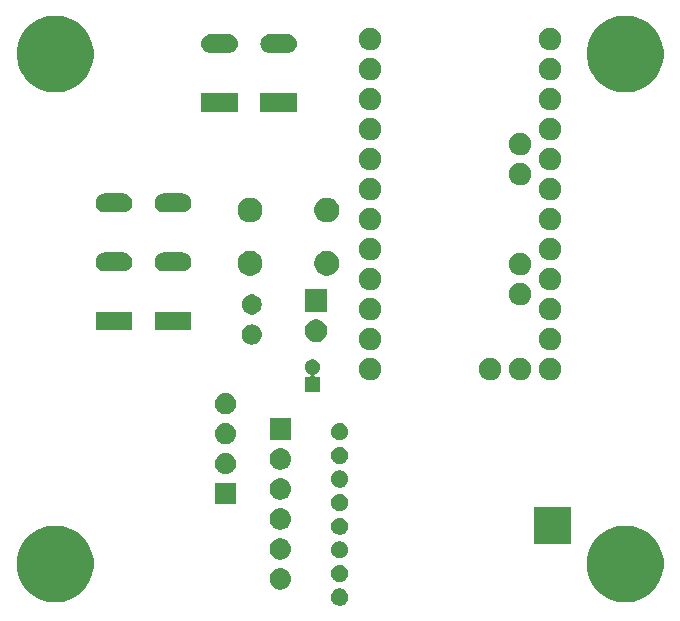
<source format=gbr>
G04 #@! TF.GenerationSoftware,KiCad,Pcbnew,(5.0.2)-1*
G04 #@! TF.CreationDate,2020-02-25T13:04:59+01:00*
G04 #@! TF.ProjectId,HB-UNI-Sen-Lev-Vo,48422d55-4e49-42d5-9365-6e2d4c65762d,V1.0.3*
G04 #@! TF.SameCoordinates,Original*
G04 #@! TF.FileFunction,Soldermask,Bot*
G04 #@! TF.FilePolarity,Negative*
%FSLAX46Y46*%
G04 Gerber Fmt 4.6, Leading zero omitted, Abs format (unit mm)*
G04 Created by KiCad (PCBNEW (5.0.2)-1) date 25.02.2020 13:04:59*
%MOMM*%
%LPD*%
G01*
G04 APERTURE LIST*
%ADD10C,0.100000*%
G04 APERTURE END LIST*
D10*
G36*
X152571767Y-101161899D02*
X152703891Y-101216627D01*
X152822799Y-101296079D01*
X152923921Y-101397201D01*
X153003373Y-101516109D01*
X153058101Y-101648233D01*
X153086000Y-101788494D01*
X153086000Y-101931506D01*
X153058101Y-102071767D01*
X153003373Y-102203891D01*
X152923921Y-102322799D01*
X152822799Y-102423921D01*
X152703891Y-102503373D01*
X152571767Y-102558101D01*
X152431506Y-102586000D01*
X152288494Y-102586000D01*
X152148233Y-102558101D01*
X152016109Y-102503373D01*
X151897201Y-102423921D01*
X151796079Y-102322799D01*
X151716627Y-102203891D01*
X151661899Y-102071767D01*
X151634000Y-101931506D01*
X151634000Y-101788494D01*
X151661899Y-101648233D01*
X151716627Y-101516109D01*
X151796079Y-101397201D01*
X151897201Y-101296079D01*
X152016109Y-101216627D01*
X152148233Y-101161899D01*
X152288494Y-101134000D01*
X152431506Y-101134000D01*
X152571767Y-101161899D01*
X152571767Y-101161899D01*
G37*
G36*
X177164239Y-95871467D02*
X177478282Y-95933934D01*
X178069926Y-96179001D01*
X178359523Y-96372504D01*
X178602395Y-96534786D01*
X179055214Y-96987605D01*
X179055216Y-96987608D01*
X179410999Y-97520074D01*
X179656066Y-98111718D01*
X179660989Y-98136467D01*
X179781000Y-98739803D01*
X179781000Y-99380197D01*
X179753965Y-99516109D01*
X179656066Y-100008282D01*
X179410999Y-100599926D01*
X179163599Y-100970185D01*
X179055214Y-101132395D01*
X178602395Y-101585214D01*
X178602392Y-101585216D01*
X178069926Y-101940999D01*
X177478282Y-102186066D01*
X177164239Y-102248533D01*
X176850197Y-102311000D01*
X176209803Y-102311000D01*
X175895761Y-102248533D01*
X175581718Y-102186066D01*
X174990074Y-101940999D01*
X174457608Y-101585216D01*
X174457605Y-101585214D01*
X174004786Y-101132395D01*
X173896401Y-100970185D01*
X173649001Y-100599926D01*
X173403934Y-100008282D01*
X173306035Y-99516109D01*
X173279000Y-99380197D01*
X173279000Y-98739803D01*
X173399011Y-98136467D01*
X173403934Y-98111718D01*
X173649001Y-97520074D01*
X174004784Y-96987608D01*
X174004786Y-96987605D01*
X174457605Y-96534786D01*
X174700477Y-96372504D01*
X174990074Y-96179001D01*
X175581718Y-95933934D01*
X175895761Y-95871467D01*
X176209803Y-95809000D01*
X176850197Y-95809000D01*
X177164239Y-95871467D01*
X177164239Y-95871467D01*
G37*
G36*
X128904239Y-95871467D02*
X129218282Y-95933934D01*
X129809926Y-96179001D01*
X130099523Y-96372504D01*
X130342395Y-96534786D01*
X130795214Y-96987605D01*
X130795216Y-96987608D01*
X131150999Y-97520074D01*
X131396066Y-98111718D01*
X131400989Y-98136467D01*
X131521000Y-98739803D01*
X131521000Y-99380197D01*
X131493965Y-99516109D01*
X131396066Y-100008282D01*
X131150999Y-100599926D01*
X130903599Y-100970185D01*
X130795214Y-101132395D01*
X130342395Y-101585214D01*
X130342392Y-101585216D01*
X129809926Y-101940999D01*
X129218282Y-102186066D01*
X128904239Y-102248533D01*
X128590197Y-102311000D01*
X127949803Y-102311000D01*
X127635761Y-102248533D01*
X127321718Y-102186066D01*
X126730074Y-101940999D01*
X126197608Y-101585216D01*
X126197605Y-101585214D01*
X125744786Y-101132395D01*
X125636401Y-100970185D01*
X125389001Y-100599926D01*
X125143934Y-100008282D01*
X125046035Y-99516109D01*
X125019000Y-99380197D01*
X125019000Y-98739803D01*
X125139011Y-98136467D01*
X125143934Y-98111718D01*
X125389001Y-97520074D01*
X125744784Y-96987608D01*
X125744786Y-96987605D01*
X126197605Y-96534786D01*
X126440477Y-96372504D01*
X126730074Y-96179001D01*
X127321718Y-95933934D01*
X127635761Y-95871467D01*
X127949803Y-95809000D01*
X128590197Y-95809000D01*
X128904239Y-95871467D01*
X128904239Y-95871467D01*
G37*
G36*
X147430443Y-99435519D02*
X147496627Y-99442037D01*
X147609853Y-99476384D01*
X147666467Y-99493557D01*
X147805087Y-99567652D01*
X147822991Y-99577222D01*
X147858729Y-99606552D01*
X147960186Y-99689814D01*
X148041169Y-99788494D01*
X148072778Y-99827009D01*
X148072779Y-99827011D01*
X148156443Y-99983533D01*
X148156443Y-99983534D01*
X148207963Y-100153373D01*
X148225359Y-100330000D01*
X148207963Y-100506627D01*
X148179661Y-100599925D01*
X148156443Y-100676467D01*
X148137110Y-100712636D01*
X148072778Y-100832991D01*
X148043448Y-100868729D01*
X147960186Y-100970186D01*
X147869569Y-101044552D01*
X147822991Y-101082778D01*
X147822989Y-101082779D01*
X147666467Y-101166443D01*
X147646486Y-101172504D01*
X147496627Y-101217963D01*
X147430443Y-101224481D01*
X147364260Y-101231000D01*
X147275740Y-101231000D01*
X147209558Y-101224482D01*
X147143373Y-101217963D01*
X146993514Y-101172504D01*
X146973533Y-101166443D01*
X146817011Y-101082779D01*
X146817009Y-101082778D01*
X146770431Y-101044552D01*
X146679814Y-100970186D01*
X146596552Y-100868729D01*
X146567222Y-100832991D01*
X146502890Y-100712636D01*
X146483557Y-100676467D01*
X146460339Y-100599925D01*
X146432037Y-100506627D01*
X146414641Y-100330000D01*
X146432037Y-100153373D01*
X146483557Y-99983534D01*
X146483557Y-99983533D01*
X146567221Y-99827011D01*
X146567222Y-99827009D01*
X146598831Y-99788494D01*
X146679814Y-99689814D01*
X146781271Y-99606552D01*
X146817009Y-99577222D01*
X146834913Y-99567652D01*
X146973533Y-99493557D01*
X147030147Y-99476384D01*
X147143373Y-99442037D01*
X147209558Y-99435518D01*
X147275740Y-99429000D01*
X147364260Y-99429000D01*
X147430443Y-99435519D01*
X147430443Y-99435519D01*
G37*
G36*
X152571767Y-99161899D02*
X152703891Y-99216627D01*
X152822799Y-99296079D01*
X152923921Y-99397201D01*
X153003373Y-99516109D01*
X153058101Y-99648233D01*
X153086000Y-99788494D01*
X153086000Y-99931506D01*
X153058101Y-100071767D01*
X153003373Y-100203891D01*
X152923921Y-100322799D01*
X152822799Y-100423921D01*
X152703891Y-100503373D01*
X152571767Y-100558101D01*
X152431506Y-100586000D01*
X152288494Y-100586000D01*
X152148233Y-100558101D01*
X152016109Y-100503373D01*
X151897201Y-100423921D01*
X151796079Y-100322799D01*
X151716627Y-100203891D01*
X151661899Y-100071767D01*
X151634000Y-99931506D01*
X151634000Y-99788494D01*
X151661899Y-99648233D01*
X151716627Y-99516109D01*
X151796079Y-99397201D01*
X151897201Y-99296079D01*
X152016109Y-99216627D01*
X152148233Y-99161899D01*
X152288494Y-99134000D01*
X152431506Y-99134000D01*
X152571767Y-99161899D01*
X152571767Y-99161899D01*
G37*
G36*
X147430442Y-96895518D02*
X147496627Y-96902037D01*
X147586422Y-96929276D01*
X147666467Y-96953557D01*
X147772650Y-97010314D01*
X147822991Y-97037222D01*
X147850345Y-97059671D01*
X147960186Y-97149814D01*
X148015017Y-97216627D01*
X148072778Y-97287009D01*
X148072779Y-97287011D01*
X148156443Y-97443533D01*
X148156443Y-97443534D01*
X148207963Y-97613373D01*
X148225359Y-97790000D01*
X148207963Y-97966627D01*
X148176069Y-98071766D01*
X148156443Y-98136467D01*
X148082348Y-98275087D01*
X148072778Y-98292991D01*
X148048316Y-98322798D01*
X147960186Y-98430186D01*
X147871006Y-98503373D01*
X147822991Y-98542778D01*
X147822989Y-98542779D01*
X147666467Y-98626443D01*
X147609853Y-98643616D01*
X147496627Y-98677963D01*
X147430442Y-98684482D01*
X147364260Y-98691000D01*
X147275740Y-98691000D01*
X147209558Y-98684482D01*
X147143373Y-98677963D01*
X147030147Y-98643616D01*
X146973533Y-98626443D01*
X146817011Y-98542779D01*
X146817009Y-98542778D01*
X146768994Y-98503373D01*
X146679814Y-98430186D01*
X146591684Y-98322798D01*
X146567222Y-98292991D01*
X146557652Y-98275087D01*
X146483557Y-98136467D01*
X146463931Y-98071766D01*
X146432037Y-97966627D01*
X146414641Y-97790000D01*
X146432037Y-97613373D01*
X146483557Y-97443534D01*
X146483557Y-97443533D01*
X146567221Y-97287011D01*
X146567222Y-97287009D01*
X146624983Y-97216627D01*
X146679814Y-97149814D01*
X146789655Y-97059671D01*
X146817009Y-97037222D01*
X146867350Y-97010314D01*
X146973533Y-96953557D01*
X147053578Y-96929276D01*
X147143373Y-96902037D01*
X147209558Y-96895518D01*
X147275740Y-96889000D01*
X147364260Y-96889000D01*
X147430442Y-96895518D01*
X147430442Y-96895518D01*
G37*
G36*
X152571767Y-97161899D02*
X152703891Y-97216627D01*
X152822799Y-97296079D01*
X152923921Y-97397201D01*
X153003373Y-97516109D01*
X153058101Y-97648233D01*
X153086000Y-97788494D01*
X153086000Y-97931506D01*
X153058101Y-98071767D01*
X153003373Y-98203891D01*
X152923921Y-98322799D01*
X152822799Y-98423921D01*
X152703891Y-98503373D01*
X152571767Y-98558101D01*
X152431506Y-98586000D01*
X152288494Y-98586000D01*
X152148233Y-98558101D01*
X152016109Y-98503373D01*
X151897201Y-98423921D01*
X151796079Y-98322799D01*
X151716627Y-98203891D01*
X151661899Y-98071767D01*
X151634000Y-97931506D01*
X151634000Y-97788494D01*
X151661899Y-97648233D01*
X151716627Y-97516109D01*
X151796079Y-97397201D01*
X151897201Y-97296079D01*
X152016109Y-97216627D01*
X152148233Y-97161899D01*
X152288494Y-97134000D01*
X152431506Y-97134000D01*
X152571767Y-97161899D01*
X152571767Y-97161899D01*
G37*
G36*
X171934000Y-97372500D02*
X168832000Y-97372500D01*
X168832000Y-94270500D01*
X171934000Y-94270500D01*
X171934000Y-97372500D01*
X171934000Y-97372500D01*
G37*
G36*
X152571767Y-95161899D02*
X152703891Y-95216627D01*
X152822799Y-95296079D01*
X152923921Y-95397201D01*
X153003373Y-95516109D01*
X153058101Y-95648233D01*
X153086000Y-95788494D01*
X153086000Y-95931506D01*
X153058101Y-96071767D01*
X153003373Y-96203891D01*
X152923921Y-96322799D01*
X152822799Y-96423921D01*
X152703891Y-96503373D01*
X152571767Y-96558101D01*
X152431506Y-96586000D01*
X152288494Y-96586000D01*
X152148233Y-96558101D01*
X152016109Y-96503373D01*
X151897201Y-96423921D01*
X151796079Y-96322799D01*
X151716627Y-96203891D01*
X151661899Y-96071767D01*
X151634000Y-95931506D01*
X151634000Y-95788494D01*
X151661899Y-95648233D01*
X151716627Y-95516109D01*
X151796079Y-95397201D01*
X151897201Y-95296079D01*
X152016109Y-95216627D01*
X152148233Y-95161899D01*
X152288494Y-95134000D01*
X152431506Y-95134000D01*
X152571767Y-95161899D01*
X152571767Y-95161899D01*
G37*
G36*
X147430442Y-94355518D02*
X147496627Y-94362037D01*
X147609853Y-94396384D01*
X147666467Y-94413557D01*
X147685856Y-94423921D01*
X147822991Y-94497222D01*
X147858729Y-94526552D01*
X147960186Y-94609814D01*
X148043448Y-94711271D01*
X148072778Y-94747009D01*
X148072779Y-94747011D01*
X148156443Y-94903533D01*
X148156443Y-94903534D01*
X148207963Y-95073373D01*
X148225359Y-95250000D01*
X148207963Y-95426627D01*
X148180819Y-95516109D01*
X148156443Y-95596467D01*
X148082348Y-95735087D01*
X148072778Y-95752991D01*
X148043641Y-95788494D01*
X147960186Y-95890186D01*
X147858729Y-95973448D01*
X147822991Y-96002778D01*
X147822989Y-96002779D01*
X147666467Y-96086443D01*
X147609853Y-96103616D01*
X147496627Y-96137963D01*
X147430443Y-96144481D01*
X147364260Y-96151000D01*
X147275740Y-96151000D01*
X147209558Y-96144482D01*
X147143373Y-96137963D01*
X147030147Y-96103616D01*
X146973533Y-96086443D01*
X146817011Y-96002779D01*
X146817009Y-96002778D01*
X146781271Y-95973448D01*
X146679814Y-95890186D01*
X146596359Y-95788494D01*
X146567222Y-95752991D01*
X146557652Y-95735087D01*
X146483557Y-95596467D01*
X146459181Y-95516109D01*
X146432037Y-95426627D01*
X146414641Y-95250000D01*
X146432037Y-95073373D01*
X146483557Y-94903534D01*
X146483557Y-94903533D01*
X146567221Y-94747011D01*
X146567222Y-94747009D01*
X146596552Y-94711271D01*
X146679814Y-94609814D01*
X146781271Y-94526552D01*
X146817009Y-94497222D01*
X146954144Y-94423921D01*
X146973533Y-94413557D01*
X147030147Y-94396384D01*
X147143373Y-94362037D01*
X147209557Y-94355519D01*
X147275740Y-94349000D01*
X147364260Y-94349000D01*
X147430442Y-94355518D01*
X147430442Y-94355518D01*
G37*
G36*
X152571767Y-93161899D02*
X152703891Y-93216627D01*
X152822799Y-93296079D01*
X152923921Y-93397201D01*
X153003373Y-93516109D01*
X153058101Y-93648233D01*
X153086000Y-93788494D01*
X153086000Y-93931506D01*
X153058101Y-94071767D01*
X153003373Y-94203891D01*
X152923921Y-94322799D01*
X152822799Y-94423921D01*
X152703891Y-94503373D01*
X152571767Y-94558101D01*
X152431506Y-94586000D01*
X152288494Y-94586000D01*
X152148233Y-94558101D01*
X152016109Y-94503373D01*
X151897201Y-94423921D01*
X151796079Y-94322799D01*
X151716627Y-94203891D01*
X151661899Y-94071767D01*
X151634000Y-93931506D01*
X151634000Y-93788494D01*
X151661899Y-93648233D01*
X151716627Y-93516109D01*
X151796079Y-93397201D01*
X151897201Y-93296079D01*
X152016109Y-93216627D01*
X152148233Y-93161899D01*
X152288494Y-93134000D01*
X152431506Y-93134000D01*
X152571767Y-93161899D01*
X152571767Y-93161899D01*
G37*
G36*
X143585000Y-93992000D02*
X141783000Y-93992000D01*
X141783000Y-92190000D01*
X143585000Y-92190000D01*
X143585000Y-93992000D01*
X143585000Y-93992000D01*
G37*
G36*
X147430442Y-91815518D02*
X147496627Y-91822037D01*
X147609853Y-91856384D01*
X147666467Y-91873557D01*
X147774878Y-91931505D01*
X147822991Y-91957222D01*
X147858729Y-91986552D01*
X147960186Y-92069814D01*
X148043448Y-92171271D01*
X148072778Y-92207009D01*
X148072779Y-92207011D01*
X148156443Y-92363533D01*
X148156443Y-92363534D01*
X148207963Y-92533373D01*
X148225359Y-92710000D01*
X148207963Y-92886627D01*
X148173616Y-92999853D01*
X148156443Y-93056467D01*
X148100087Y-93161900D01*
X148072778Y-93212991D01*
X148043448Y-93248729D01*
X147960186Y-93350186D01*
X147858729Y-93433448D01*
X147822991Y-93462778D01*
X147822989Y-93462779D01*
X147666467Y-93546443D01*
X147609853Y-93563616D01*
X147496627Y-93597963D01*
X147430442Y-93604482D01*
X147364260Y-93611000D01*
X147275740Y-93611000D01*
X147209557Y-93604481D01*
X147143373Y-93597963D01*
X147030147Y-93563616D01*
X146973533Y-93546443D01*
X146817011Y-93462779D01*
X146817009Y-93462778D01*
X146781271Y-93433448D01*
X146679814Y-93350186D01*
X146596552Y-93248729D01*
X146567222Y-93212991D01*
X146539913Y-93161900D01*
X146483557Y-93056467D01*
X146466384Y-92999853D01*
X146432037Y-92886627D01*
X146414641Y-92710000D01*
X146432037Y-92533373D01*
X146483557Y-92363534D01*
X146483557Y-92363533D01*
X146567221Y-92207011D01*
X146567222Y-92207009D01*
X146596552Y-92171271D01*
X146679814Y-92069814D01*
X146781271Y-91986552D01*
X146817009Y-91957222D01*
X146865122Y-91931505D01*
X146973533Y-91873557D01*
X147030147Y-91856384D01*
X147143373Y-91822037D01*
X147209558Y-91815518D01*
X147275740Y-91809000D01*
X147364260Y-91809000D01*
X147430442Y-91815518D01*
X147430442Y-91815518D01*
G37*
G36*
X152571767Y-91161899D02*
X152703891Y-91216627D01*
X152822799Y-91296079D01*
X152923921Y-91397201D01*
X153003373Y-91516109D01*
X153058101Y-91648233D01*
X153086000Y-91788494D01*
X153086000Y-91931506D01*
X153058101Y-92071767D01*
X153003373Y-92203891D01*
X152923921Y-92322799D01*
X152822799Y-92423921D01*
X152703891Y-92503373D01*
X152571767Y-92558101D01*
X152431506Y-92586000D01*
X152288494Y-92586000D01*
X152148233Y-92558101D01*
X152016109Y-92503373D01*
X151897201Y-92423921D01*
X151796079Y-92322799D01*
X151716627Y-92203891D01*
X151661899Y-92071767D01*
X151634000Y-91931506D01*
X151634000Y-91788494D01*
X151661899Y-91648233D01*
X151716627Y-91516109D01*
X151796079Y-91397201D01*
X151897201Y-91296079D01*
X152016109Y-91216627D01*
X152148233Y-91161899D01*
X152288494Y-91134000D01*
X152431506Y-91134000D01*
X152571767Y-91161899D01*
X152571767Y-91161899D01*
G37*
G36*
X142794443Y-89656519D02*
X142860627Y-89663037D01*
X142973853Y-89697384D01*
X143030467Y-89714557D01*
X143168791Y-89788494D01*
X143186991Y-89798222D01*
X143222729Y-89827552D01*
X143324186Y-89910814D01*
X143391939Y-89993373D01*
X143436778Y-90048009D01*
X143436779Y-90048011D01*
X143520443Y-90204533D01*
X143520443Y-90204534D01*
X143571963Y-90374373D01*
X143589359Y-90551000D01*
X143571963Y-90727627D01*
X143546919Y-90810185D01*
X143520443Y-90897467D01*
X143506913Y-90922779D01*
X143436778Y-91053991D01*
X143433518Y-91057963D01*
X143324186Y-91191186D01*
X143222729Y-91274448D01*
X143186991Y-91303778D01*
X143186989Y-91303779D01*
X143030467Y-91387443D01*
X142998295Y-91397202D01*
X142860627Y-91438963D01*
X142794443Y-91445481D01*
X142728260Y-91452000D01*
X142639740Y-91452000D01*
X142573557Y-91445481D01*
X142507373Y-91438963D01*
X142369705Y-91397202D01*
X142337533Y-91387443D01*
X142181011Y-91303779D01*
X142181009Y-91303778D01*
X142145271Y-91274448D01*
X142043814Y-91191186D01*
X141934482Y-91057963D01*
X141931222Y-91053991D01*
X141861087Y-90922779D01*
X141847557Y-90897467D01*
X141821081Y-90810185D01*
X141796037Y-90727627D01*
X141778641Y-90551000D01*
X141796037Y-90374373D01*
X141847557Y-90204534D01*
X141847557Y-90204533D01*
X141931221Y-90048011D01*
X141931222Y-90048009D01*
X141976061Y-89993373D01*
X142043814Y-89910814D01*
X142145271Y-89827552D01*
X142181009Y-89798222D01*
X142199209Y-89788494D01*
X142337533Y-89714557D01*
X142394147Y-89697384D01*
X142507373Y-89663037D01*
X142573557Y-89656519D01*
X142639740Y-89650000D01*
X142728260Y-89650000D01*
X142794443Y-89656519D01*
X142794443Y-89656519D01*
G37*
G36*
X147430443Y-89275519D02*
X147496627Y-89282037D01*
X147609853Y-89316384D01*
X147666467Y-89333557D01*
X147785535Y-89397201D01*
X147822991Y-89417222D01*
X147858729Y-89446552D01*
X147960186Y-89529814D01*
X148043448Y-89631271D01*
X148072778Y-89667009D01*
X148072779Y-89667011D01*
X148156443Y-89823533D01*
X148156443Y-89823534D01*
X148207963Y-89993373D01*
X148225359Y-90170000D01*
X148207963Y-90346627D01*
X148184516Y-90423921D01*
X148156443Y-90516467D01*
X148119276Y-90586000D01*
X148072778Y-90672991D01*
X148043448Y-90708729D01*
X147960186Y-90810186D01*
X147858729Y-90893448D01*
X147822991Y-90922778D01*
X147822989Y-90922779D01*
X147666467Y-91006443D01*
X147609853Y-91023616D01*
X147496627Y-91057963D01*
X147430442Y-91064482D01*
X147364260Y-91071000D01*
X147275740Y-91071000D01*
X147209558Y-91064482D01*
X147143373Y-91057963D01*
X147030147Y-91023616D01*
X146973533Y-91006443D01*
X146817011Y-90922779D01*
X146817009Y-90922778D01*
X146781271Y-90893448D01*
X146679814Y-90810186D01*
X146596552Y-90708729D01*
X146567222Y-90672991D01*
X146520724Y-90586000D01*
X146483557Y-90516467D01*
X146455484Y-90423921D01*
X146432037Y-90346627D01*
X146414641Y-90170000D01*
X146432037Y-89993373D01*
X146483557Y-89823534D01*
X146483557Y-89823533D01*
X146567221Y-89667011D01*
X146567222Y-89667009D01*
X146596552Y-89631271D01*
X146679814Y-89529814D01*
X146781271Y-89446552D01*
X146817009Y-89417222D01*
X146854465Y-89397201D01*
X146973533Y-89333557D01*
X147030147Y-89316384D01*
X147143373Y-89282037D01*
X147209557Y-89275519D01*
X147275740Y-89269000D01*
X147364260Y-89269000D01*
X147430443Y-89275519D01*
X147430443Y-89275519D01*
G37*
G36*
X152571767Y-89161899D02*
X152703891Y-89216627D01*
X152822799Y-89296079D01*
X152923921Y-89397201D01*
X153003373Y-89516109D01*
X153058101Y-89648233D01*
X153086000Y-89788494D01*
X153086000Y-89931506D01*
X153058101Y-90071767D01*
X153003373Y-90203891D01*
X152923921Y-90322799D01*
X152822799Y-90423921D01*
X152703891Y-90503373D01*
X152571767Y-90558101D01*
X152431506Y-90586000D01*
X152288494Y-90586000D01*
X152148233Y-90558101D01*
X152016109Y-90503373D01*
X151897201Y-90423921D01*
X151796079Y-90322799D01*
X151716627Y-90203891D01*
X151661899Y-90071767D01*
X151634000Y-89931506D01*
X151634000Y-89788494D01*
X151661899Y-89648233D01*
X151716627Y-89516109D01*
X151796079Y-89397201D01*
X151897201Y-89296079D01*
X152016109Y-89216627D01*
X152148233Y-89161899D01*
X152288494Y-89134000D01*
X152431506Y-89134000D01*
X152571767Y-89161899D01*
X152571767Y-89161899D01*
G37*
G36*
X142794443Y-87116519D02*
X142860627Y-87123037D01*
X142973853Y-87157384D01*
X143030467Y-87174557D01*
X143109173Y-87216627D01*
X143186991Y-87258222D01*
X143222729Y-87287552D01*
X143324186Y-87370814D01*
X143407448Y-87472271D01*
X143436778Y-87508009D01*
X143436779Y-87508011D01*
X143520443Y-87664533D01*
X143520443Y-87664534D01*
X143571963Y-87834373D01*
X143589359Y-88011000D01*
X143571963Y-88187627D01*
X143567029Y-88203891D01*
X143520443Y-88357467D01*
X143484922Y-88423921D01*
X143436778Y-88513991D01*
X143422819Y-88531000D01*
X143324186Y-88651186D01*
X143222729Y-88734448D01*
X143186991Y-88763778D01*
X143186989Y-88763779D01*
X143030467Y-88847443D01*
X142973853Y-88864616D01*
X142860627Y-88898963D01*
X142794442Y-88905482D01*
X142728260Y-88912000D01*
X142639740Y-88912000D01*
X142573558Y-88905482D01*
X142507373Y-88898963D01*
X142394147Y-88864616D01*
X142337533Y-88847443D01*
X142181011Y-88763779D01*
X142181009Y-88763778D01*
X142145271Y-88734448D01*
X142043814Y-88651186D01*
X141945181Y-88531000D01*
X141931222Y-88513991D01*
X141883078Y-88423921D01*
X141847557Y-88357467D01*
X141800971Y-88203891D01*
X141796037Y-88187627D01*
X141778641Y-88011000D01*
X141796037Y-87834373D01*
X141847557Y-87664534D01*
X141847557Y-87664533D01*
X141931221Y-87508011D01*
X141931222Y-87508009D01*
X141960552Y-87472271D01*
X142043814Y-87370814D01*
X142145271Y-87287552D01*
X142181009Y-87258222D01*
X142258827Y-87216627D01*
X142337533Y-87174557D01*
X142394147Y-87157384D01*
X142507373Y-87123037D01*
X142573557Y-87116519D01*
X142639740Y-87110000D01*
X142728260Y-87110000D01*
X142794443Y-87116519D01*
X142794443Y-87116519D01*
G37*
G36*
X152571767Y-87161899D02*
X152703891Y-87216627D01*
X152822799Y-87296079D01*
X152923921Y-87397201D01*
X153003373Y-87516109D01*
X153058101Y-87648233D01*
X153086000Y-87788494D01*
X153086000Y-87931506D01*
X153058101Y-88071767D01*
X153003373Y-88203891D01*
X152923921Y-88322799D01*
X152822799Y-88423921D01*
X152703891Y-88503373D01*
X152571767Y-88558101D01*
X152431506Y-88586000D01*
X152288494Y-88586000D01*
X152148233Y-88558101D01*
X152016109Y-88503373D01*
X151897201Y-88423921D01*
X151796079Y-88322799D01*
X151716627Y-88203891D01*
X151661899Y-88071767D01*
X151634000Y-87931506D01*
X151634000Y-87788494D01*
X151661899Y-87648233D01*
X151716627Y-87516109D01*
X151796079Y-87397201D01*
X151897201Y-87296079D01*
X152016109Y-87216627D01*
X152148233Y-87161899D01*
X152288494Y-87134000D01*
X152431506Y-87134000D01*
X152571767Y-87161899D01*
X152571767Y-87161899D01*
G37*
G36*
X148221000Y-88531000D02*
X146419000Y-88531000D01*
X146419000Y-86729000D01*
X148221000Y-86729000D01*
X148221000Y-88531000D01*
X148221000Y-88531000D01*
G37*
G36*
X142794443Y-84576519D02*
X142860627Y-84583037D01*
X142973853Y-84617384D01*
X143030467Y-84634557D01*
X143169087Y-84708652D01*
X143186991Y-84718222D01*
X143222729Y-84747552D01*
X143324186Y-84830814D01*
X143407448Y-84932271D01*
X143436778Y-84968009D01*
X143436779Y-84968011D01*
X143520443Y-85124533D01*
X143520443Y-85124534D01*
X143571963Y-85294373D01*
X143589359Y-85471000D01*
X143571963Y-85647627D01*
X143537616Y-85760853D01*
X143520443Y-85817467D01*
X143446348Y-85956087D01*
X143436778Y-85973991D01*
X143407448Y-86009729D01*
X143324186Y-86111186D01*
X143222729Y-86194448D01*
X143186991Y-86223778D01*
X143186989Y-86223779D01*
X143030467Y-86307443D01*
X142973853Y-86324616D01*
X142860627Y-86358963D01*
X142794443Y-86365481D01*
X142728260Y-86372000D01*
X142639740Y-86372000D01*
X142573557Y-86365481D01*
X142507373Y-86358963D01*
X142394147Y-86324616D01*
X142337533Y-86307443D01*
X142181011Y-86223779D01*
X142181009Y-86223778D01*
X142145271Y-86194448D01*
X142043814Y-86111186D01*
X141960552Y-86009729D01*
X141931222Y-85973991D01*
X141921652Y-85956087D01*
X141847557Y-85817467D01*
X141830384Y-85760853D01*
X141796037Y-85647627D01*
X141778641Y-85471000D01*
X141796037Y-85294373D01*
X141847557Y-85124534D01*
X141847557Y-85124533D01*
X141931221Y-84968011D01*
X141931222Y-84968009D01*
X141960552Y-84932271D01*
X142043814Y-84830814D01*
X142145271Y-84747552D01*
X142181009Y-84718222D01*
X142198913Y-84708652D01*
X142337533Y-84634557D01*
X142394147Y-84617384D01*
X142507373Y-84583037D01*
X142573557Y-84576519D01*
X142639740Y-84570000D01*
X142728260Y-84570000D01*
X142794443Y-84576519D01*
X142794443Y-84576519D01*
G37*
G36*
X150239890Y-81757517D02*
X150358361Y-81806589D01*
X150464992Y-81877838D01*
X150555662Y-81968508D01*
X150626911Y-82075139D01*
X150675983Y-82193610D01*
X150701000Y-82319381D01*
X150701000Y-82447619D01*
X150675983Y-82573390D01*
X150626911Y-82691861D01*
X150555662Y-82798492D01*
X150464992Y-82889162D01*
X150358361Y-82960411D01*
X150282061Y-82992015D01*
X150260450Y-83003566D01*
X150241508Y-83019111D01*
X150225963Y-83038053D01*
X150214411Y-83059664D01*
X150207298Y-83083113D01*
X150204896Y-83107499D01*
X150207298Y-83131886D01*
X150214411Y-83155335D01*
X150225962Y-83176946D01*
X150241507Y-83195888D01*
X150260449Y-83211433D01*
X150282060Y-83222985D01*
X150305509Y-83230098D01*
X150329896Y-83232500D01*
X150701000Y-83232500D01*
X150701000Y-84534500D01*
X149399000Y-84534500D01*
X149399000Y-83232500D01*
X149770104Y-83232500D01*
X149794490Y-83230098D01*
X149817939Y-83222985D01*
X149839550Y-83211434D01*
X149858492Y-83195888D01*
X149874038Y-83176946D01*
X149885589Y-83155335D01*
X149892702Y-83131886D01*
X149895104Y-83107500D01*
X149892702Y-83083114D01*
X149885589Y-83059665D01*
X149874038Y-83038054D01*
X149858492Y-83019112D01*
X149839550Y-83003566D01*
X149817939Y-82992015D01*
X149741639Y-82960411D01*
X149635008Y-82889162D01*
X149544338Y-82798492D01*
X149473089Y-82691861D01*
X149424017Y-82573390D01*
X149399000Y-82447619D01*
X149399000Y-82319381D01*
X149424017Y-82193610D01*
X149473089Y-82075139D01*
X149544338Y-81968508D01*
X149635008Y-81877838D01*
X149741639Y-81806589D01*
X149860110Y-81757517D01*
X149985881Y-81732500D01*
X150114119Y-81732500D01*
X150239890Y-81757517D01*
X150239890Y-81757517D01*
G37*
G36*
X165377396Y-81635546D02*
X165550466Y-81707234D01*
X165706230Y-81811312D01*
X165838688Y-81943770D01*
X165942766Y-82099534D01*
X166014454Y-82272604D01*
X166051000Y-82456333D01*
X166051000Y-82643667D01*
X166014454Y-82827396D01*
X165942766Y-83000466D01*
X165838688Y-83156230D01*
X165706230Y-83288688D01*
X165550466Y-83392766D01*
X165377396Y-83464454D01*
X165193667Y-83501000D01*
X165006333Y-83501000D01*
X164822604Y-83464454D01*
X164649534Y-83392766D01*
X164493770Y-83288688D01*
X164361312Y-83156230D01*
X164257234Y-83000466D01*
X164185546Y-82827396D01*
X164149000Y-82643667D01*
X164149000Y-82456333D01*
X164185546Y-82272604D01*
X164257234Y-82099534D01*
X164361312Y-81943770D01*
X164493770Y-81811312D01*
X164649534Y-81707234D01*
X164822604Y-81635546D01*
X165006333Y-81599000D01*
X165193667Y-81599000D01*
X165377396Y-81635546D01*
X165377396Y-81635546D01*
G37*
G36*
X155217396Y-81635546D02*
X155390466Y-81707234D01*
X155546230Y-81811312D01*
X155678688Y-81943770D01*
X155782766Y-82099534D01*
X155854454Y-82272604D01*
X155891000Y-82456333D01*
X155891000Y-82643667D01*
X155854454Y-82827396D01*
X155782766Y-83000466D01*
X155678688Y-83156230D01*
X155546230Y-83288688D01*
X155390466Y-83392766D01*
X155217396Y-83464454D01*
X155033667Y-83501000D01*
X154846333Y-83501000D01*
X154662604Y-83464454D01*
X154489534Y-83392766D01*
X154333770Y-83288688D01*
X154201312Y-83156230D01*
X154097234Y-83000466D01*
X154025546Y-82827396D01*
X153989000Y-82643667D01*
X153989000Y-82456333D01*
X154025546Y-82272604D01*
X154097234Y-82099534D01*
X154201312Y-81943770D01*
X154333770Y-81811312D01*
X154489534Y-81707234D01*
X154662604Y-81635546D01*
X154846333Y-81599000D01*
X155033667Y-81599000D01*
X155217396Y-81635546D01*
X155217396Y-81635546D01*
G37*
G36*
X170457396Y-81635546D02*
X170630466Y-81707234D01*
X170786230Y-81811312D01*
X170918688Y-81943770D01*
X171022766Y-82099534D01*
X171094454Y-82272604D01*
X171131000Y-82456333D01*
X171131000Y-82643667D01*
X171094454Y-82827396D01*
X171022766Y-83000466D01*
X170918688Y-83156230D01*
X170786230Y-83288688D01*
X170630466Y-83392766D01*
X170457396Y-83464454D01*
X170273667Y-83501000D01*
X170086333Y-83501000D01*
X169902604Y-83464454D01*
X169729534Y-83392766D01*
X169573770Y-83288688D01*
X169441312Y-83156230D01*
X169337234Y-83000466D01*
X169265546Y-82827396D01*
X169229000Y-82643667D01*
X169229000Y-82456333D01*
X169265546Y-82272604D01*
X169337234Y-82099534D01*
X169441312Y-81943770D01*
X169573770Y-81811312D01*
X169729534Y-81707234D01*
X169902604Y-81635546D01*
X170086333Y-81599000D01*
X170273667Y-81599000D01*
X170457396Y-81635546D01*
X170457396Y-81635546D01*
G37*
G36*
X167917396Y-81635546D02*
X168090466Y-81707234D01*
X168246230Y-81811312D01*
X168378688Y-81943770D01*
X168482766Y-82099534D01*
X168554454Y-82272604D01*
X168591000Y-82456333D01*
X168591000Y-82643667D01*
X168554454Y-82827396D01*
X168482766Y-83000466D01*
X168378688Y-83156230D01*
X168246230Y-83288688D01*
X168090466Y-83392766D01*
X167917396Y-83464454D01*
X167733667Y-83501000D01*
X167546333Y-83501000D01*
X167362604Y-83464454D01*
X167189534Y-83392766D01*
X167033770Y-83288688D01*
X166901312Y-83156230D01*
X166797234Y-83000466D01*
X166725546Y-82827396D01*
X166689000Y-82643667D01*
X166689000Y-82456333D01*
X166725546Y-82272604D01*
X166797234Y-82099534D01*
X166901312Y-81943770D01*
X167033770Y-81811312D01*
X167189534Y-81707234D01*
X167362604Y-81635546D01*
X167546333Y-81599000D01*
X167733667Y-81599000D01*
X167917396Y-81635546D01*
X167917396Y-81635546D01*
G37*
G36*
X155217396Y-79095546D02*
X155390466Y-79167234D01*
X155546230Y-79271312D01*
X155678688Y-79403770D01*
X155782766Y-79559534D01*
X155854454Y-79732604D01*
X155891000Y-79916333D01*
X155891000Y-80103667D01*
X155854454Y-80287396D01*
X155782766Y-80460466D01*
X155678688Y-80616230D01*
X155546230Y-80748688D01*
X155390466Y-80852766D01*
X155217396Y-80924454D01*
X155033667Y-80961000D01*
X154846333Y-80961000D01*
X154662604Y-80924454D01*
X154489534Y-80852766D01*
X154333770Y-80748688D01*
X154201312Y-80616230D01*
X154097234Y-80460466D01*
X154025546Y-80287396D01*
X153989000Y-80103667D01*
X153989000Y-79916333D01*
X154025546Y-79732604D01*
X154097234Y-79559534D01*
X154201312Y-79403770D01*
X154333770Y-79271312D01*
X154489534Y-79167234D01*
X154662604Y-79095546D01*
X154846333Y-79059000D01*
X155033667Y-79059000D01*
X155217396Y-79095546D01*
X155217396Y-79095546D01*
G37*
G36*
X170457396Y-79095546D02*
X170630466Y-79167234D01*
X170786230Y-79271312D01*
X170918688Y-79403770D01*
X171022766Y-79559534D01*
X171094454Y-79732604D01*
X171131000Y-79916333D01*
X171131000Y-80103667D01*
X171094454Y-80287396D01*
X171022766Y-80460466D01*
X170918688Y-80616230D01*
X170786230Y-80748688D01*
X170630466Y-80852766D01*
X170457396Y-80924454D01*
X170273667Y-80961000D01*
X170086333Y-80961000D01*
X169902604Y-80924454D01*
X169729534Y-80852766D01*
X169573770Y-80748688D01*
X169441312Y-80616230D01*
X169337234Y-80460466D01*
X169265546Y-80287396D01*
X169229000Y-80103667D01*
X169229000Y-79916333D01*
X169265546Y-79732604D01*
X169337234Y-79559534D01*
X169441312Y-79403770D01*
X169573770Y-79271312D01*
X169729534Y-79167234D01*
X169902604Y-79095546D01*
X170086333Y-79059000D01*
X170273667Y-79059000D01*
X170457396Y-79095546D01*
X170457396Y-79095546D01*
G37*
G36*
X145073821Y-78790313D02*
X145073824Y-78790314D01*
X145073825Y-78790314D01*
X145234239Y-78838975D01*
X145234241Y-78838976D01*
X145234244Y-78838977D01*
X145382078Y-78917995D01*
X145511659Y-79024341D01*
X145618005Y-79153922D01*
X145697023Y-79301756D01*
X145745687Y-79462179D01*
X145762117Y-79629000D01*
X145745687Y-79795821D01*
X145745686Y-79795824D01*
X145745686Y-79795825D01*
X145708707Y-79917730D01*
X145697023Y-79956244D01*
X145618005Y-80104078D01*
X145511659Y-80233659D01*
X145382078Y-80340005D01*
X145234244Y-80419023D01*
X145234241Y-80419024D01*
X145234239Y-80419025D01*
X145073825Y-80467686D01*
X145073824Y-80467686D01*
X145073821Y-80467687D01*
X144948804Y-80480000D01*
X144865196Y-80480000D01*
X144740179Y-80467687D01*
X144740176Y-80467686D01*
X144740175Y-80467686D01*
X144579761Y-80419025D01*
X144579759Y-80419024D01*
X144579756Y-80419023D01*
X144431922Y-80340005D01*
X144302341Y-80233659D01*
X144195995Y-80104078D01*
X144116977Y-79956244D01*
X144105294Y-79917730D01*
X144068314Y-79795825D01*
X144068314Y-79795824D01*
X144068313Y-79795821D01*
X144051883Y-79629000D01*
X144068313Y-79462179D01*
X144116977Y-79301756D01*
X144195995Y-79153922D01*
X144302341Y-79024341D01*
X144431922Y-78917995D01*
X144579756Y-78838977D01*
X144579759Y-78838976D01*
X144579761Y-78838975D01*
X144740175Y-78790314D01*
X144740176Y-78790314D01*
X144740179Y-78790313D01*
X144865196Y-78778000D01*
X144948804Y-78778000D01*
X145073821Y-78790313D01*
X145073821Y-78790313D01*
G37*
G36*
X150645396Y-78397046D02*
X150818466Y-78468734D01*
X150974230Y-78572812D01*
X151106688Y-78705270D01*
X151210766Y-78861034D01*
X151282454Y-79034104D01*
X151319000Y-79217833D01*
X151319000Y-79405167D01*
X151282454Y-79588896D01*
X151210766Y-79761966D01*
X151106688Y-79917730D01*
X150974230Y-80050188D01*
X150818466Y-80154266D01*
X150645396Y-80225954D01*
X150461667Y-80262500D01*
X150274333Y-80262500D01*
X150090604Y-80225954D01*
X149917534Y-80154266D01*
X149761770Y-80050188D01*
X149629312Y-79917730D01*
X149525234Y-79761966D01*
X149453546Y-79588896D01*
X149417000Y-79405167D01*
X149417000Y-79217833D01*
X149453546Y-79034104D01*
X149525234Y-78861034D01*
X149629312Y-78705270D01*
X149761770Y-78572812D01*
X149917534Y-78468734D01*
X150090604Y-78397046D01*
X150274333Y-78360500D01*
X150461667Y-78360500D01*
X150645396Y-78397046D01*
X150645396Y-78397046D01*
G37*
G36*
X139791000Y-79287000D02*
X136689000Y-79287000D01*
X136689000Y-77685000D01*
X139791000Y-77685000D01*
X139791000Y-79287000D01*
X139791000Y-79287000D01*
G37*
G36*
X134791000Y-79287000D02*
X131689000Y-79287000D01*
X131689000Y-77685000D01*
X134791000Y-77685000D01*
X134791000Y-79287000D01*
X134791000Y-79287000D01*
G37*
G36*
X170457396Y-76555546D02*
X170630466Y-76627234D01*
X170786230Y-76731312D01*
X170918688Y-76863770D01*
X171022766Y-77019534D01*
X171094454Y-77192604D01*
X171131000Y-77376333D01*
X171131000Y-77563667D01*
X171094454Y-77747396D01*
X171022766Y-77920466D01*
X170918688Y-78076230D01*
X170786230Y-78208688D01*
X170630466Y-78312766D01*
X170457396Y-78384454D01*
X170273667Y-78421000D01*
X170086333Y-78421000D01*
X169902604Y-78384454D01*
X169729534Y-78312766D01*
X169573770Y-78208688D01*
X169441312Y-78076230D01*
X169337234Y-77920466D01*
X169265546Y-77747396D01*
X169229000Y-77563667D01*
X169229000Y-77376333D01*
X169265546Y-77192604D01*
X169337234Y-77019534D01*
X169441312Y-76863770D01*
X169573770Y-76731312D01*
X169729534Y-76627234D01*
X169902604Y-76555546D01*
X170086333Y-76519000D01*
X170273667Y-76519000D01*
X170457396Y-76555546D01*
X170457396Y-76555546D01*
G37*
G36*
X155217396Y-76555546D02*
X155390466Y-76627234D01*
X155546230Y-76731312D01*
X155678688Y-76863770D01*
X155782766Y-77019534D01*
X155854454Y-77192604D01*
X155891000Y-77376333D01*
X155891000Y-77563667D01*
X155854454Y-77747396D01*
X155782766Y-77920466D01*
X155678688Y-78076230D01*
X155546230Y-78208688D01*
X155390466Y-78312766D01*
X155217396Y-78384454D01*
X155033667Y-78421000D01*
X154846333Y-78421000D01*
X154662604Y-78384454D01*
X154489534Y-78312766D01*
X154333770Y-78208688D01*
X154201312Y-78076230D01*
X154097234Y-77920466D01*
X154025546Y-77747396D01*
X153989000Y-77563667D01*
X153989000Y-77376333D01*
X154025546Y-77192604D01*
X154097234Y-77019534D01*
X154201312Y-76863770D01*
X154333770Y-76731312D01*
X154489534Y-76627234D01*
X154662604Y-76555546D01*
X154846333Y-76519000D01*
X155033667Y-76519000D01*
X155217396Y-76555546D01*
X155217396Y-76555546D01*
G37*
G36*
X145155228Y-76270703D02*
X145310100Y-76334853D01*
X145449481Y-76427985D01*
X145568015Y-76546519D01*
X145661147Y-76685900D01*
X145725297Y-76840772D01*
X145758000Y-77005184D01*
X145758000Y-77172816D01*
X145725297Y-77337228D01*
X145661147Y-77492100D01*
X145568015Y-77631481D01*
X145449481Y-77750015D01*
X145310100Y-77843147D01*
X145155228Y-77907297D01*
X144990816Y-77940000D01*
X144823184Y-77940000D01*
X144658772Y-77907297D01*
X144503900Y-77843147D01*
X144364519Y-77750015D01*
X144245985Y-77631481D01*
X144152853Y-77492100D01*
X144088703Y-77337228D01*
X144056000Y-77172816D01*
X144056000Y-77005184D01*
X144088703Y-76840772D01*
X144152853Y-76685900D01*
X144245985Y-76546519D01*
X144364519Y-76427985D01*
X144503900Y-76334853D01*
X144658772Y-76270703D01*
X144823184Y-76238000D01*
X144990816Y-76238000D01*
X145155228Y-76270703D01*
X145155228Y-76270703D01*
G37*
G36*
X151319000Y-77722500D02*
X149417000Y-77722500D01*
X149417000Y-75820500D01*
X151319000Y-75820500D01*
X151319000Y-77722500D01*
X151319000Y-77722500D01*
G37*
G36*
X167917396Y-75285546D02*
X168090466Y-75357234D01*
X168246230Y-75461312D01*
X168378688Y-75593770D01*
X168482766Y-75749534D01*
X168554454Y-75922604D01*
X168591000Y-76106333D01*
X168591000Y-76293667D01*
X168554454Y-76477396D01*
X168482766Y-76650466D01*
X168378688Y-76806230D01*
X168246230Y-76938688D01*
X168090466Y-77042766D01*
X167917396Y-77114454D01*
X167733667Y-77151000D01*
X167546333Y-77151000D01*
X167362604Y-77114454D01*
X167189534Y-77042766D01*
X167033770Y-76938688D01*
X166901312Y-76806230D01*
X166797234Y-76650466D01*
X166725546Y-76477396D01*
X166689000Y-76293667D01*
X166689000Y-76106333D01*
X166725546Y-75922604D01*
X166797234Y-75749534D01*
X166901312Y-75593770D01*
X167033770Y-75461312D01*
X167189534Y-75357234D01*
X167362604Y-75285546D01*
X167546333Y-75249000D01*
X167733667Y-75249000D01*
X167917396Y-75285546D01*
X167917396Y-75285546D01*
G37*
G36*
X155217396Y-74015546D02*
X155390466Y-74087234D01*
X155546230Y-74191312D01*
X155678688Y-74323770D01*
X155782766Y-74479534D01*
X155854454Y-74652604D01*
X155891000Y-74836333D01*
X155891000Y-75023667D01*
X155854454Y-75207396D01*
X155782766Y-75380466D01*
X155678688Y-75536230D01*
X155546230Y-75668688D01*
X155390466Y-75772766D01*
X155217396Y-75844454D01*
X155033667Y-75881000D01*
X154846333Y-75881000D01*
X154662604Y-75844454D01*
X154489534Y-75772766D01*
X154333770Y-75668688D01*
X154201312Y-75536230D01*
X154097234Y-75380466D01*
X154025546Y-75207396D01*
X153989000Y-75023667D01*
X153989000Y-74836333D01*
X154025546Y-74652604D01*
X154097234Y-74479534D01*
X154201312Y-74323770D01*
X154333770Y-74191312D01*
X154489534Y-74087234D01*
X154662604Y-74015546D01*
X154846333Y-73979000D01*
X155033667Y-73979000D01*
X155217396Y-74015546D01*
X155217396Y-74015546D01*
G37*
G36*
X170457396Y-74015546D02*
X170630466Y-74087234D01*
X170786230Y-74191312D01*
X170918688Y-74323770D01*
X171022766Y-74479534D01*
X171094454Y-74652604D01*
X171131000Y-74836333D01*
X171131000Y-75023667D01*
X171094454Y-75207396D01*
X171022766Y-75380466D01*
X170918688Y-75536230D01*
X170786230Y-75668688D01*
X170630466Y-75772766D01*
X170457396Y-75844454D01*
X170273667Y-75881000D01*
X170086333Y-75881000D01*
X169902604Y-75844454D01*
X169729534Y-75772766D01*
X169573770Y-75668688D01*
X169441312Y-75536230D01*
X169337234Y-75380466D01*
X169265546Y-75207396D01*
X169229000Y-75023667D01*
X169229000Y-74836333D01*
X169265546Y-74652604D01*
X169337234Y-74479534D01*
X169441312Y-74323770D01*
X169573770Y-74191312D01*
X169729534Y-74087234D01*
X169902604Y-74015546D01*
X170086333Y-73979000D01*
X170273667Y-73979000D01*
X170457396Y-74015546D01*
X170457396Y-74015546D01*
G37*
G36*
X145063565Y-72585889D02*
X145254834Y-72665115D01*
X145426976Y-72780137D01*
X145573363Y-72926524D01*
X145688385Y-73098666D01*
X145767611Y-73289935D01*
X145808000Y-73492984D01*
X145808000Y-73700016D01*
X145767611Y-73903065D01*
X145688385Y-74094334D01*
X145573363Y-74266476D01*
X145426976Y-74412863D01*
X145254834Y-74527885D01*
X145063565Y-74607111D01*
X144860516Y-74647500D01*
X144653484Y-74647500D01*
X144450435Y-74607111D01*
X144259166Y-74527885D01*
X144087024Y-74412863D01*
X143940637Y-74266476D01*
X143825615Y-74094334D01*
X143746389Y-73903065D01*
X143706000Y-73700016D01*
X143706000Y-73492984D01*
X143746389Y-73289935D01*
X143825615Y-73098666D01*
X143940637Y-72926524D01*
X144087024Y-72780137D01*
X144259166Y-72665115D01*
X144450435Y-72585889D01*
X144653484Y-72545500D01*
X144860516Y-72545500D01*
X145063565Y-72585889D01*
X145063565Y-72585889D01*
G37*
G36*
X151563565Y-72585889D02*
X151754834Y-72665115D01*
X151926976Y-72780137D01*
X152073363Y-72926524D01*
X152188385Y-73098666D01*
X152267611Y-73289935D01*
X152308000Y-73492984D01*
X152308000Y-73700016D01*
X152267611Y-73903065D01*
X152188385Y-74094334D01*
X152073363Y-74266476D01*
X151926976Y-74412863D01*
X151754834Y-74527885D01*
X151563565Y-74607111D01*
X151360516Y-74647500D01*
X151153484Y-74647500D01*
X150950435Y-74607111D01*
X150759166Y-74527885D01*
X150587024Y-74412863D01*
X150440637Y-74266476D01*
X150325615Y-74094334D01*
X150246389Y-73903065D01*
X150206000Y-73700016D01*
X150206000Y-73492984D01*
X150246389Y-73289935D01*
X150325615Y-73098666D01*
X150440637Y-72926524D01*
X150587024Y-72780137D01*
X150759166Y-72665115D01*
X150950435Y-72585889D01*
X151153484Y-72545500D01*
X151360516Y-72545500D01*
X151563565Y-72585889D01*
X151563565Y-72585889D01*
G37*
G36*
X167917396Y-72745546D02*
X168090466Y-72817234D01*
X168246230Y-72921312D01*
X168378688Y-73053770D01*
X168482766Y-73209534D01*
X168554454Y-73382604D01*
X168591000Y-73566333D01*
X168591000Y-73753667D01*
X168554454Y-73937396D01*
X168482766Y-74110466D01*
X168378688Y-74266230D01*
X168246230Y-74398688D01*
X168090466Y-74502766D01*
X167917396Y-74574454D01*
X167733667Y-74611000D01*
X167546333Y-74611000D01*
X167362604Y-74574454D01*
X167189534Y-74502766D01*
X167033770Y-74398688D01*
X166901312Y-74266230D01*
X166797234Y-74110466D01*
X166725546Y-73937396D01*
X166689000Y-73753667D01*
X166689000Y-73566333D01*
X166725546Y-73382604D01*
X166797234Y-73209534D01*
X166901312Y-73053770D01*
X167033770Y-72921312D01*
X167189534Y-72817234D01*
X167362604Y-72745546D01*
X167546333Y-72709000D01*
X167733667Y-72709000D01*
X167917396Y-72745546D01*
X167917396Y-72745546D01*
G37*
G36*
X134147025Y-72696590D02*
X134298012Y-72742392D01*
X134437165Y-72816770D01*
X134559133Y-72916867D01*
X134659230Y-73038835D01*
X134733608Y-73177988D01*
X134779410Y-73328975D01*
X134794875Y-73486000D01*
X134779410Y-73643025D01*
X134733608Y-73794012D01*
X134659230Y-73933165D01*
X134559133Y-74055133D01*
X134437165Y-74155230D01*
X134298012Y-74229608D01*
X134147025Y-74275410D01*
X134029346Y-74287000D01*
X132450654Y-74287000D01*
X132332975Y-74275410D01*
X132181988Y-74229608D01*
X132042835Y-74155230D01*
X131920867Y-74055133D01*
X131820770Y-73933165D01*
X131746392Y-73794012D01*
X131700590Y-73643025D01*
X131685125Y-73486000D01*
X131700590Y-73328975D01*
X131746392Y-73177988D01*
X131820770Y-73038835D01*
X131920867Y-72916867D01*
X132042835Y-72816770D01*
X132181988Y-72742392D01*
X132332975Y-72696590D01*
X132450654Y-72685000D01*
X134029346Y-72685000D01*
X134147025Y-72696590D01*
X134147025Y-72696590D01*
G37*
G36*
X139147025Y-72696590D02*
X139298012Y-72742392D01*
X139437165Y-72816770D01*
X139559133Y-72916867D01*
X139659230Y-73038835D01*
X139733608Y-73177988D01*
X139779410Y-73328975D01*
X139794875Y-73486000D01*
X139779410Y-73643025D01*
X139733608Y-73794012D01*
X139659230Y-73933165D01*
X139559133Y-74055133D01*
X139437165Y-74155230D01*
X139298012Y-74229608D01*
X139147025Y-74275410D01*
X139029346Y-74287000D01*
X137450654Y-74287000D01*
X137332975Y-74275410D01*
X137181988Y-74229608D01*
X137042835Y-74155230D01*
X136920867Y-74055133D01*
X136820770Y-73933165D01*
X136746392Y-73794012D01*
X136700590Y-73643025D01*
X136685125Y-73486000D01*
X136700590Y-73328975D01*
X136746392Y-73177988D01*
X136820770Y-73038835D01*
X136920867Y-72916867D01*
X137042835Y-72816770D01*
X137181988Y-72742392D01*
X137332975Y-72696590D01*
X137450654Y-72685000D01*
X139029346Y-72685000D01*
X139147025Y-72696590D01*
X139147025Y-72696590D01*
G37*
G36*
X155217396Y-71475546D02*
X155390466Y-71547234D01*
X155546230Y-71651312D01*
X155678688Y-71783770D01*
X155782766Y-71939534D01*
X155854454Y-72112604D01*
X155891000Y-72296333D01*
X155891000Y-72483667D01*
X155854454Y-72667396D01*
X155782766Y-72840466D01*
X155678688Y-72996230D01*
X155546230Y-73128688D01*
X155390466Y-73232766D01*
X155217396Y-73304454D01*
X155033667Y-73341000D01*
X154846333Y-73341000D01*
X154662604Y-73304454D01*
X154489534Y-73232766D01*
X154333770Y-73128688D01*
X154201312Y-72996230D01*
X154097234Y-72840466D01*
X154025546Y-72667396D01*
X153989000Y-72483667D01*
X153989000Y-72296333D01*
X154025546Y-72112604D01*
X154097234Y-71939534D01*
X154201312Y-71783770D01*
X154333770Y-71651312D01*
X154489534Y-71547234D01*
X154662604Y-71475546D01*
X154846333Y-71439000D01*
X155033667Y-71439000D01*
X155217396Y-71475546D01*
X155217396Y-71475546D01*
G37*
G36*
X170457396Y-71475546D02*
X170630466Y-71547234D01*
X170786230Y-71651312D01*
X170918688Y-71783770D01*
X171022766Y-71939534D01*
X171094454Y-72112604D01*
X171131000Y-72296333D01*
X171131000Y-72483667D01*
X171094454Y-72667396D01*
X171022766Y-72840466D01*
X170918688Y-72996230D01*
X170786230Y-73128688D01*
X170630466Y-73232766D01*
X170457396Y-73304454D01*
X170273667Y-73341000D01*
X170086333Y-73341000D01*
X169902604Y-73304454D01*
X169729534Y-73232766D01*
X169573770Y-73128688D01*
X169441312Y-72996230D01*
X169337234Y-72840466D01*
X169265546Y-72667396D01*
X169229000Y-72483667D01*
X169229000Y-72296333D01*
X169265546Y-72112604D01*
X169337234Y-71939534D01*
X169441312Y-71783770D01*
X169573770Y-71651312D01*
X169729534Y-71547234D01*
X169902604Y-71475546D01*
X170086333Y-71439000D01*
X170273667Y-71439000D01*
X170457396Y-71475546D01*
X170457396Y-71475546D01*
G37*
G36*
X155217396Y-68935546D02*
X155390466Y-69007234D01*
X155546230Y-69111312D01*
X155678688Y-69243770D01*
X155782766Y-69399534D01*
X155854454Y-69572604D01*
X155891000Y-69756333D01*
X155891000Y-69943667D01*
X155854454Y-70127396D01*
X155782766Y-70300466D01*
X155678688Y-70456230D01*
X155546230Y-70588688D01*
X155390466Y-70692766D01*
X155217396Y-70764454D01*
X155033667Y-70801000D01*
X154846333Y-70801000D01*
X154662604Y-70764454D01*
X154489534Y-70692766D01*
X154333770Y-70588688D01*
X154201312Y-70456230D01*
X154097234Y-70300466D01*
X154025546Y-70127396D01*
X153989000Y-69943667D01*
X153989000Y-69756333D01*
X154025546Y-69572604D01*
X154097234Y-69399534D01*
X154201312Y-69243770D01*
X154333770Y-69111312D01*
X154489534Y-69007234D01*
X154662604Y-68935546D01*
X154846333Y-68899000D01*
X155033667Y-68899000D01*
X155217396Y-68935546D01*
X155217396Y-68935546D01*
G37*
G36*
X170457396Y-68935546D02*
X170630466Y-69007234D01*
X170786230Y-69111312D01*
X170918688Y-69243770D01*
X171022766Y-69399534D01*
X171094454Y-69572604D01*
X171131000Y-69756333D01*
X171131000Y-69943667D01*
X171094454Y-70127396D01*
X171022766Y-70300466D01*
X170918688Y-70456230D01*
X170786230Y-70588688D01*
X170630466Y-70692766D01*
X170457396Y-70764454D01*
X170273667Y-70801000D01*
X170086333Y-70801000D01*
X169902604Y-70764454D01*
X169729534Y-70692766D01*
X169573770Y-70588688D01*
X169441312Y-70456230D01*
X169337234Y-70300466D01*
X169265546Y-70127396D01*
X169229000Y-69943667D01*
X169229000Y-69756333D01*
X169265546Y-69572604D01*
X169337234Y-69399534D01*
X169441312Y-69243770D01*
X169573770Y-69111312D01*
X169729534Y-69007234D01*
X169902604Y-68935546D01*
X170086333Y-68899000D01*
X170273667Y-68899000D01*
X170457396Y-68935546D01*
X170457396Y-68935546D01*
G37*
G36*
X145063565Y-68085889D02*
X145254834Y-68165115D01*
X145426976Y-68280137D01*
X145573363Y-68426524D01*
X145688385Y-68598666D01*
X145767611Y-68789935D01*
X145808000Y-68992984D01*
X145808000Y-69200016D01*
X145767611Y-69403065D01*
X145688385Y-69594334D01*
X145573363Y-69766476D01*
X145426976Y-69912863D01*
X145254834Y-70027885D01*
X145063565Y-70107111D01*
X144860516Y-70147500D01*
X144653484Y-70147500D01*
X144450435Y-70107111D01*
X144259166Y-70027885D01*
X144087024Y-69912863D01*
X143940637Y-69766476D01*
X143825615Y-69594334D01*
X143746389Y-69403065D01*
X143706000Y-69200016D01*
X143706000Y-68992984D01*
X143746389Y-68789935D01*
X143825615Y-68598666D01*
X143940637Y-68426524D01*
X144087024Y-68280137D01*
X144259166Y-68165115D01*
X144450435Y-68085889D01*
X144653484Y-68045500D01*
X144860516Y-68045500D01*
X145063565Y-68085889D01*
X145063565Y-68085889D01*
G37*
G36*
X151563565Y-68085889D02*
X151754834Y-68165115D01*
X151926976Y-68280137D01*
X152073363Y-68426524D01*
X152188385Y-68598666D01*
X152267611Y-68789935D01*
X152308000Y-68992984D01*
X152308000Y-69200016D01*
X152267611Y-69403065D01*
X152188385Y-69594334D01*
X152073363Y-69766476D01*
X151926976Y-69912863D01*
X151754834Y-70027885D01*
X151563565Y-70107111D01*
X151360516Y-70147500D01*
X151153484Y-70147500D01*
X150950435Y-70107111D01*
X150759166Y-70027885D01*
X150587024Y-69912863D01*
X150440637Y-69766476D01*
X150325615Y-69594334D01*
X150246389Y-69403065D01*
X150206000Y-69200016D01*
X150206000Y-68992984D01*
X150246389Y-68789935D01*
X150325615Y-68598666D01*
X150440637Y-68426524D01*
X150587024Y-68280137D01*
X150759166Y-68165115D01*
X150950435Y-68085889D01*
X151153484Y-68045500D01*
X151360516Y-68045500D01*
X151563565Y-68085889D01*
X151563565Y-68085889D01*
G37*
G36*
X134147025Y-67696590D02*
X134298012Y-67742392D01*
X134437165Y-67816770D01*
X134559133Y-67916867D01*
X134659230Y-68038835D01*
X134733608Y-68177988D01*
X134779410Y-68328975D01*
X134794875Y-68486000D01*
X134779410Y-68643025D01*
X134733608Y-68794012D01*
X134659230Y-68933165D01*
X134559133Y-69055133D01*
X134437165Y-69155230D01*
X134298012Y-69229608D01*
X134147025Y-69275410D01*
X134029346Y-69287000D01*
X132450654Y-69287000D01*
X132332975Y-69275410D01*
X132181988Y-69229608D01*
X132042835Y-69155230D01*
X131920867Y-69055133D01*
X131820770Y-68933165D01*
X131746392Y-68794012D01*
X131700590Y-68643025D01*
X131685125Y-68486000D01*
X131700590Y-68328975D01*
X131746392Y-68177988D01*
X131820770Y-68038835D01*
X131920867Y-67916867D01*
X132042835Y-67816770D01*
X132181988Y-67742392D01*
X132332975Y-67696590D01*
X132450654Y-67685000D01*
X134029346Y-67685000D01*
X134147025Y-67696590D01*
X134147025Y-67696590D01*
G37*
G36*
X139147025Y-67696590D02*
X139298012Y-67742392D01*
X139437165Y-67816770D01*
X139559133Y-67916867D01*
X139659230Y-68038835D01*
X139733608Y-68177988D01*
X139779410Y-68328975D01*
X139794875Y-68486000D01*
X139779410Y-68643025D01*
X139733608Y-68794012D01*
X139659230Y-68933165D01*
X139559133Y-69055133D01*
X139437165Y-69155230D01*
X139298012Y-69229608D01*
X139147025Y-69275410D01*
X139029346Y-69287000D01*
X137450654Y-69287000D01*
X137332975Y-69275410D01*
X137181988Y-69229608D01*
X137042835Y-69155230D01*
X136920867Y-69055133D01*
X136820770Y-68933165D01*
X136746392Y-68794012D01*
X136700590Y-68643025D01*
X136685125Y-68486000D01*
X136700590Y-68328975D01*
X136746392Y-68177988D01*
X136820770Y-68038835D01*
X136920867Y-67916867D01*
X137042835Y-67816770D01*
X137181988Y-67742392D01*
X137332975Y-67696590D01*
X137450654Y-67685000D01*
X139029346Y-67685000D01*
X139147025Y-67696590D01*
X139147025Y-67696590D01*
G37*
G36*
X170457396Y-66395546D02*
X170630466Y-66467234D01*
X170786230Y-66571312D01*
X170918688Y-66703770D01*
X171022766Y-66859534D01*
X171094454Y-67032604D01*
X171131000Y-67216333D01*
X171131000Y-67403667D01*
X171094454Y-67587396D01*
X171022766Y-67760466D01*
X170918688Y-67916230D01*
X170786230Y-68048688D01*
X170630466Y-68152766D01*
X170457396Y-68224454D01*
X170273667Y-68261000D01*
X170086333Y-68261000D01*
X169902604Y-68224454D01*
X169729534Y-68152766D01*
X169573770Y-68048688D01*
X169441312Y-67916230D01*
X169337234Y-67760466D01*
X169265546Y-67587396D01*
X169229000Y-67403667D01*
X169229000Y-67216333D01*
X169265546Y-67032604D01*
X169337234Y-66859534D01*
X169441312Y-66703770D01*
X169573770Y-66571312D01*
X169729534Y-66467234D01*
X169902604Y-66395546D01*
X170086333Y-66359000D01*
X170273667Y-66359000D01*
X170457396Y-66395546D01*
X170457396Y-66395546D01*
G37*
G36*
X155217396Y-66395546D02*
X155390466Y-66467234D01*
X155546230Y-66571312D01*
X155678688Y-66703770D01*
X155782766Y-66859534D01*
X155854454Y-67032604D01*
X155891000Y-67216333D01*
X155891000Y-67403667D01*
X155854454Y-67587396D01*
X155782766Y-67760466D01*
X155678688Y-67916230D01*
X155546230Y-68048688D01*
X155390466Y-68152766D01*
X155217396Y-68224454D01*
X155033667Y-68261000D01*
X154846333Y-68261000D01*
X154662604Y-68224454D01*
X154489534Y-68152766D01*
X154333770Y-68048688D01*
X154201312Y-67916230D01*
X154097234Y-67760466D01*
X154025546Y-67587396D01*
X153989000Y-67403667D01*
X153989000Y-67216333D01*
X154025546Y-67032604D01*
X154097234Y-66859534D01*
X154201312Y-66703770D01*
X154333770Y-66571312D01*
X154489534Y-66467234D01*
X154662604Y-66395546D01*
X154846333Y-66359000D01*
X155033667Y-66359000D01*
X155217396Y-66395546D01*
X155217396Y-66395546D01*
G37*
G36*
X167917396Y-65125546D02*
X168090466Y-65197234D01*
X168246230Y-65301312D01*
X168378688Y-65433770D01*
X168482766Y-65589534D01*
X168554454Y-65762604D01*
X168591000Y-65946333D01*
X168591000Y-66133667D01*
X168554454Y-66317396D01*
X168482766Y-66490466D01*
X168378688Y-66646230D01*
X168246230Y-66778688D01*
X168090466Y-66882766D01*
X167917396Y-66954454D01*
X167733667Y-66991000D01*
X167546333Y-66991000D01*
X167362604Y-66954454D01*
X167189534Y-66882766D01*
X167033770Y-66778688D01*
X166901312Y-66646230D01*
X166797234Y-66490466D01*
X166725546Y-66317396D01*
X166689000Y-66133667D01*
X166689000Y-65946333D01*
X166725546Y-65762604D01*
X166797234Y-65589534D01*
X166901312Y-65433770D01*
X167033770Y-65301312D01*
X167189534Y-65197234D01*
X167362604Y-65125546D01*
X167546333Y-65089000D01*
X167733667Y-65089000D01*
X167917396Y-65125546D01*
X167917396Y-65125546D01*
G37*
G36*
X155217396Y-63855546D02*
X155390466Y-63927234D01*
X155546230Y-64031312D01*
X155678688Y-64163770D01*
X155782766Y-64319534D01*
X155854454Y-64492604D01*
X155891000Y-64676333D01*
X155891000Y-64863667D01*
X155854454Y-65047396D01*
X155782766Y-65220466D01*
X155678688Y-65376230D01*
X155546230Y-65508688D01*
X155390466Y-65612766D01*
X155217396Y-65684454D01*
X155033667Y-65721000D01*
X154846333Y-65721000D01*
X154662604Y-65684454D01*
X154489534Y-65612766D01*
X154333770Y-65508688D01*
X154201312Y-65376230D01*
X154097234Y-65220466D01*
X154025546Y-65047396D01*
X153989000Y-64863667D01*
X153989000Y-64676333D01*
X154025546Y-64492604D01*
X154097234Y-64319534D01*
X154201312Y-64163770D01*
X154333770Y-64031312D01*
X154489534Y-63927234D01*
X154662604Y-63855546D01*
X154846333Y-63819000D01*
X155033667Y-63819000D01*
X155217396Y-63855546D01*
X155217396Y-63855546D01*
G37*
G36*
X170457396Y-63855546D02*
X170630466Y-63927234D01*
X170786230Y-64031312D01*
X170918688Y-64163770D01*
X171022766Y-64319534D01*
X171094454Y-64492604D01*
X171131000Y-64676333D01*
X171131000Y-64863667D01*
X171094454Y-65047396D01*
X171022766Y-65220466D01*
X170918688Y-65376230D01*
X170786230Y-65508688D01*
X170630466Y-65612766D01*
X170457396Y-65684454D01*
X170273667Y-65721000D01*
X170086333Y-65721000D01*
X169902604Y-65684454D01*
X169729534Y-65612766D01*
X169573770Y-65508688D01*
X169441312Y-65376230D01*
X169337234Y-65220466D01*
X169265546Y-65047396D01*
X169229000Y-64863667D01*
X169229000Y-64676333D01*
X169265546Y-64492604D01*
X169337234Y-64319534D01*
X169441312Y-64163770D01*
X169573770Y-64031312D01*
X169729534Y-63927234D01*
X169902604Y-63855546D01*
X170086333Y-63819000D01*
X170273667Y-63819000D01*
X170457396Y-63855546D01*
X170457396Y-63855546D01*
G37*
G36*
X167917396Y-62585546D02*
X168090466Y-62657234D01*
X168246230Y-62761312D01*
X168378688Y-62893770D01*
X168482766Y-63049534D01*
X168554454Y-63222604D01*
X168591000Y-63406333D01*
X168591000Y-63593667D01*
X168554454Y-63777396D01*
X168482766Y-63950466D01*
X168378688Y-64106230D01*
X168246230Y-64238688D01*
X168090466Y-64342766D01*
X167917396Y-64414454D01*
X167733667Y-64451000D01*
X167546333Y-64451000D01*
X167362604Y-64414454D01*
X167189534Y-64342766D01*
X167033770Y-64238688D01*
X166901312Y-64106230D01*
X166797234Y-63950466D01*
X166725546Y-63777396D01*
X166689000Y-63593667D01*
X166689000Y-63406333D01*
X166725546Y-63222604D01*
X166797234Y-63049534D01*
X166901312Y-62893770D01*
X167033770Y-62761312D01*
X167189534Y-62657234D01*
X167362604Y-62585546D01*
X167546333Y-62549000D01*
X167733667Y-62549000D01*
X167917396Y-62585546D01*
X167917396Y-62585546D01*
G37*
G36*
X155217396Y-61315546D02*
X155390466Y-61387234D01*
X155546230Y-61491312D01*
X155678688Y-61623770D01*
X155782766Y-61779534D01*
X155854454Y-61952604D01*
X155891000Y-62136333D01*
X155891000Y-62323667D01*
X155854454Y-62507396D01*
X155782766Y-62680466D01*
X155678688Y-62836230D01*
X155546230Y-62968688D01*
X155390466Y-63072766D01*
X155217396Y-63144454D01*
X155033667Y-63181000D01*
X154846333Y-63181000D01*
X154662604Y-63144454D01*
X154489534Y-63072766D01*
X154333770Y-62968688D01*
X154201312Y-62836230D01*
X154097234Y-62680466D01*
X154025546Y-62507396D01*
X153989000Y-62323667D01*
X153989000Y-62136333D01*
X154025546Y-61952604D01*
X154097234Y-61779534D01*
X154201312Y-61623770D01*
X154333770Y-61491312D01*
X154489534Y-61387234D01*
X154662604Y-61315546D01*
X154846333Y-61279000D01*
X155033667Y-61279000D01*
X155217396Y-61315546D01*
X155217396Y-61315546D01*
G37*
G36*
X170457396Y-61315546D02*
X170630466Y-61387234D01*
X170786230Y-61491312D01*
X170918688Y-61623770D01*
X171022766Y-61779534D01*
X171094454Y-61952604D01*
X171131000Y-62136333D01*
X171131000Y-62323667D01*
X171094454Y-62507396D01*
X171022766Y-62680466D01*
X170918688Y-62836230D01*
X170786230Y-62968688D01*
X170630466Y-63072766D01*
X170457396Y-63144454D01*
X170273667Y-63181000D01*
X170086333Y-63181000D01*
X169902604Y-63144454D01*
X169729534Y-63072766D01*
X169573770Y-62968688D01*
X169441312Y-62836230D01*
X169337234Y-62680466D01*
X169265546Y-62507396D01*
X169229000Y-62323667D01*
X169229000Y-62136333D01*
X169265546Y-61952604D01*
X169337234Y-61779534D01*
X169441312Y-61623770D01*
X169573770Y-61491312D01*
X169729534Y-61387234D01*
X169902604Y-61315546D01*
X170086333Y-61279000D01*
X170273667Y-61279000D01*
X170457396Y-61315546D01*
X170457396Y-61315546D01*
G37*
G36*
X148744000Y-60808500D02*
X145642000Y-60808500D01*
X145642000Y-59206500D01*
X148744000Y-59206500D01*
X148744000Y-60808500D01*
X148744000Y-60808500D01*
G37*
G36*
X143744000Y-60808500D02*
X140642000Y-60808500D01*
X140642000Y-59206500D01*
X143744000Y-59206500D01*
X143744000Y-60808500D01*
X143744000Y-60808500D01*
G37*
G36*
X155217396Y-58775546D02*
X155390466Y-58847234D01*
X155546230Y-58951312D01*
X155678688Y-59083770D01*
X155782766Y-59239534D01*
X155854454Y-59412604D01*
X155891000Y-59596333D01*
X155891000Y-59783667D01*
X155854454Y-59967396D01*
X155782766Y-60140466D01*
X155678688Y-60296230D01*
X155546230Y-60428688D01*
X155390466Y-60532766D01*
X155217396Y-60604454D01*
X155033667Y-60641000D01*
X154846333Y-60641000D01*
X154662604Y-60604454D01*
X154489534Y-60532766D01*
X154333770Y-60428688D01*
X154201312Y-60296230D01*
X154097234Y-60140466D01*
X154025546Y-59967396D01*
X153989000Y-59783667D01*
X153989000Y-59596333D01*
X154025546Y-59412604D01*
X154097234Y-59239534D01*
X154201312Y-59083770D01*
X154333770Y-58951312D01*
X154489534Y-58847234D01*
X154662604Y-58775546D01*
X154846333Y-58739000D01*
X155033667Y-58739000D01*
X155217396Y-58775546D01*
X155217396Y-58775546D01*
G37*
G36*
X170457396Y-58775546D02*
X170630466Y-58847234D01*
X170786230Y-58951312D01*
X170918688Y-59083770D01*
X171022766Y-59239534D01*
X171094454Y-59412604D01*
X171131000Y-59596333D01*
X171131000Y-59783667D01*
X171094454Y-59967396D01*
X171022766Y-60140466D01*
X170918688Y-60296230D01*
X170786230Y-60428688D01*
X170630466Y-60532766D01*
X170457396Y-60604454D01*
X170273667Y-60641000D01*
X170086333Y-60641000D01*
X169902604Y-60604454D01*
X169729534Y-60532766D01*
X169573770Y-60428688D01*
X169441312Y-60296230D01*
X169337234Y-60140466D01*
X169265546Y-59967396D01*
X169229000Y-59783667D01*
X169229000Y-59596333D01*
X169265546Y-59412604D01*
X169337234Y-59239534D01*
X169441312Y-59083770D01*
X169573770Y-58951312D01*
X169729534Y-58847234D01*
X169902604Y-58775546D01*
X170086333Y-58739000D01*
X170273667Y-58739000D01*
X170457396Y-58775546D01*
X170457396Y-58775546D01*
G37*
G36*
X177164239Y-52691467D02*
X177478282Y-52753934D01*
X178069926Y-52999001D01*
X178359523Y-53192504D01*
X178602395Y-53354786D01*
X179055214Y-53807605D01*
X179055216Y-53807608D01*
X179410999Y-54340074D01*
X179656066Y-54931718D01*
X179681676Y-55060467D01*
X179781000Y-55559803D01*
X179781000Y-56200197D01*
X179718533Y-56514239D01*
X179656066Y-56828282D01*
X179410999Y-57419926D01*
X179186289Y-57756227D01*
X179055214Y-57952395D01*
X178602395Y-58405214D01*
X178602392Y-58405216D01*
X178069926Y-58760999D01*
X177478282Y-59006066D01*
X177164239Y-59068533D01*
X176850197Y-59131000D01*
X176209803Y-59131000D01*
X175895761Y-59068533D01*
X175581718Y-59006066D01*
X174990074Y-58760999D01*
X174457608Y-58405216D01*
X174457605Y-58405214D01*
X174004786Y-57952395D01*
X173873711Y-57756227D01*
X173649001Y-57419926D01*
X173403934Y-56828282D01*
X173341467Y-56514239D01*
X173279000Y-56200197D01*
X173279000Y-55559803D01*
X173378324Y-55060467D01*
X173403934Y-54931718D01*
X173649001Y-54340074D01*
X174004784Y-53807608D01*
X174004786Y-53807605D01*
X174457605Y-53354786D01*
X174700477Y-53192504D01*
X174990074Y-52999001D01*
X175581718Y-52753934D01*
X175895761Y-52691467D01*
X176209803Y-52629000D01*
X176850197Y-52629000D01*
X177164239Y-52691467D01*
X177164239Y-52691467D01*
G37*
G36*
X128904239Y-52691467D02*
X129218282Y-52753934D01*
X129809926Y-52999001D01*
X130099523Y-53192504D01*
X130342395Y-53354786D01*
X130795214Y-53807605D01*
X130795216Y-53807608D01*
X131150999Y-54340074D01*
X131396066Y-54931718D01*
X131421676Y-55060467D01*
X131521000Y-55559803D01*
X131521000Y-56200197D01*
X131458533Y-56514239D01*
X131396066Y-56828282D01*
X131150999Y-57419926D01*
X130926289Y-57756227D01*
X130795214Y-57952395D01*
X130342395Y-58405214D01*
X130342392Y-58405216D01*
X129809926Y-58760999D01*
X129218282Y-59006066D01*
X128904239Y-59068533D01*
X128590197Y-59131000D01*
X127949803Y-59131000D01*
X127635761Y-59068533D01*
X127321718Y-59006066D01*
X126730074Y-58760999D01*
X126197608Y-58405216D01*
X126197605Y-58405214D01*
X125744786Y-57952395D01*
X125613711Y-57756227D01*
X125389001Y-57419926D01*
X125143934Y-56828282D01*
X125081467Y-56514239D01*
X125019000Y-56200197D01*
X125019000Y-55559803D01*
X125118324Y-55060467D01*
X125143934Y-54931718D01*
X125389001Y-54340074D01*
X125744784Y-53807608D01*
X125744786Y-53807605D01*
X126197605Y-53354786D01*
X126440477Y-53192504D01*
X126730074Y-52999001D01*
X127321718Y-52753934D01*
X127635761Y-52691467D01*
X127949803Y-52629000D01*
X128590197Y-52629000D01*
X128904239Y-52691467D01*
X128904239Y-52691467D01*
G37*
G36*
X170457396Y-56235546D02*
X170630466Y-56307234D01*
X170786230Y-56411312D01*
X170918688Y-56543770D01*
X171022766Y-56699534D01*
X171094454Y-56872604D01*
X171131000Y-57056333D01*
X171131000Y-57243667D01*
X171094454Y-57427396D01*
X171022766Y-57600466D01*
X170918688Y-57756230D01*
X170786230Y-57888688D01*
X170630466Y-57992766D01*
X170457396Y-58064454D01*
X170273667Y-58101000D01*
X170086333Y-58101000D01*
X169902604Y-58064454D01*
X169729534Y-57992766D01*
X169573770Y-57888688D01*
X169441312Y-57756230D01*
X169337234Y-57600466D01*
X169265546Y-57427396D01*
X169229000Y-57243667D01*
X169229000Y-57056333D01*
X169265546Y-56872604D01*
X169337234Y-56699534D01*
X169441312Y-56543770D01*
X169573770Y-56411312D01*
X169729534Y-56307234D01*
X169902604Y-56235546D01*
X170086333Y-56199000D01*
X170273667Y-56199000D01*
X170457396Y-56235546D01*
X170457396Y-56235546D01*
G37*
G36*
X155217396Y-56235546D02*
X155390466Y-56307234D01*
X155546230Y-56411312D01*
X155678688Y-56543770D01*
X155782766Y-56699534D01*
X155854454Y-56872604D01*
X155891000Y-57056333D01*
X155891000Y-57243667D01*
X155854454Y-57427396D01*
X155782766Y-57600466D01*
X155678688Y-57756230D01*
X155546230Y-57888688D01*
X155390466Y-57992766D01*
X155217396Y-58064454D01*
X155033667Y-58101000D01*
X154846333Y-58101000D01*
X154662604Y-58064454D01*
X154489534Y-57992766D01*
X154333770Y-57888688D01*
X154201312Y-57756230D01*
X154097234Y-57600466D01*
X154025546Y-57427396D01*
X153989000Y-57243667D01*
X153989000Y-57056333D01*
X154025546Y-56872604D01*
X154097234Y-56699534D01*
X154201312Y-56543770D01*
X154333770Y-56411312D01*
X154489534Y-56307234D01*
X154662604Y-56235546D01*
X154846333Y-56199000D01*
X155033667Y-56199000D01*
X155217396Y-56235546D01*
X155217396Y-56235546D01*
G37*
G36*
X148100025Y-54218090D02*
X148251012Y-54263892D01*
X148390165Y-54338270D01*
X148512133Y-54438367D01*
X148612230Y-54560335D01*
X148686608Y-54699488D01*
X148732410Y-54850475D01*
X148747875Y-55007500D01*
X148732410Y-55164525D01*
X148686608Y-55315512D01*
X148612230Y-55454665D01*
X148512133Y-55576633D01*
X148390165Y-55676730D01*
X148251012Y-55751108D01*
X148100025Y-55796910D01*
X147982346Y-55808500D01*
X146403654Y-55808500D01*
X146285975Y-55796910D01*
X146134988Y-55751108D01*
X145995835Y-55676730D01*
X145873867Y-55576633D01*
X145773770Y-55454665D01*
X145699392Y-55315512D01*
X145653590Y-55164525D01*
X145638125Y-55007500D01*
X145653590Y-54850475D01*
X145699392Y-54699488D01*
X145773770Y-54560335D01*
X145873867Y-54438367D01*
X145995835Y-54338270D01*
X146134988Y-54263892D01*
X146285975Y-54218090D01*
X146403654Y-54206500D01*
X147982346Y-54206500D01*
X148100025Y-54218090D01*
X148100025Y-54218090D01*
G37*
G36*
X143100025Y-54218090D02*
X143251012Y-54263892D01*
X143390165Y-54338270D01*
X143512133Y-54438367D01*
X143612230Y-54560335D01*
X143686608Y-54699488D01*
X143732410Y-54850475D01*
X143747875Y-55007500D01*
X143732410Y-55164525D01*
X143686608Y-55315512D01*
X143612230Y-55454665D01*
X143512133Y-55576633D01*
X143390165Y-55676730D01*
X143251012Y-55751108D01*
X143100025Y-55796910D01*
X142982346Y-55808500D01*
X141403654Y-55808500D01*
X141285975Y-55796910D01*
X141134988Y-55751108D01*
X140995835Y-55676730D01*
X140873867Y-55576633D01*
X140773770Y-55454665D01*
X140699392Y-55315512D01*
X140653590Y-55164525D01*
X140638125Y-55007500D01*
X140653590Y-54850475D01*
X140699392Y-54699488D01*
X140773770Y-54560335D01*
X140873867Y-54438367D01*
X140995835Y-54338270D01*
X141134988Y-54263892D01*
X141285975Y-54218090D01*
X141403654Y-54206500D01*
X142982346Y-54206500D01*
X143100025Y-54218090D01*
X143100025Y-54218090D01*
G37*
G36*
X170457396Y-53695546D02*
X170630466Y-53767234D01*
X170786230Y-53871312D01*
X170918688Y-54003770D01*
X171022766Y-54159534D01*
X171094454Y-54332604D01*
X171131000Y-54516333D01*
X171131000Y-54703667D01*
X171094454Y-54887396D01*
X171022766Y-55060466D01*
X170918688Y-55216230D01*
X170786230Y-55348688D01*
X170630466Y-55452766D01*
X170457396Y-55524454D01*
X170273667Y-55561000D01*
X170086333Y-55561000D01*
X169902604Y-55524454D01*
X169729534Y-55452766D01*
X169573770Y-55348688D01*
X169441312Y-55216230D01*
X169337234Y-55060466D01*
X169265546Y-54887396D01*
X169229000Y-54703667D01*
X169229000Y-54516333D01*
X169265546Y-54332604D01*
X169337234Y-54159534D01*
X169441312Y-54003770D01*
X169573770Y-53871312D01*
X169729534Y-53767234D01*
X169902604Y-53695546D01*
X170086333Y-53659000D01*
X170273667Y-53659000D01*
X170457396Y-53695546D01*
X170457396Y-53695546D01*
G37*
G36*
X155217396Y-53695546D02*
X155390466Y-53767234D01*
X155546230Y-53871312D01*
X155678688Y-54003770D01*
X155782766Y-54159534D01*
X155854454Y-54332604D01*
X155891000Y-54516333D01*
X155891000Y-54703667D01*
X155854454Y-54887396D01*
X155782766Y-55060466D01*
X155678688Y-55216230D01*
X155546230Y-55348688D01*
X155390466Y-55452766D01*
X155217396Y-55524454D01*
X155033667Y-55561000D01*
X154846333Y-55561000D01*
X154662604Y-55524454D01*
X154489534Y-55452766D01*
X154333770Y-55348688D01*
X154201312Y-55216230D01*
X154097234Y-55060466D01*
X154025546Y-54887396D01*
X153989000Y-54703667D01*
X153989000Y-54516333D01*
X154025546Y-54332604D01*
X154097234Y-54159534D01*
X154201312Y-54003770D01*
X154333770Y-53871312D01*
X154489534Y-53767234D01*
X154662604Y-53695546D01*
X154846333Y-53659000D01*
X155033667Y-53659000D01*
X155217396Y-53695546D01*
X155217396Y-53695546D01*
G37*
M02*

</source>
